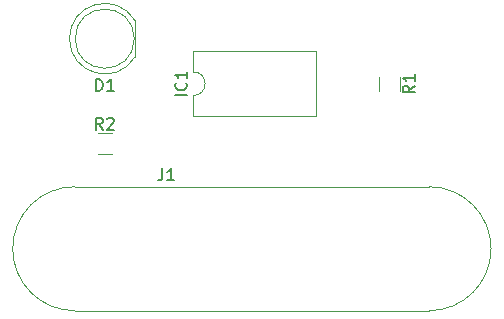
<source format=gbr>
G04 #@! TF.FileFunction,Legend,Top*
%FSLAX46Y46*%
G04 Gerber Fmt 4.6, Leading zero omitted, Abs format (unit mm)*
G04 Created by KiCad (PCBNEW 4.0.5) date Friday, March 24, 2017 'PMt' 10:18:35 PM*
%MOMM*%
%LPD*%
G01*
G04 APERTURE LIST*
%ADD10C,0.100000*%
%ADD11C,0.120000*%
%ADD12C,0.150000*%
G04 APERTURE END LIST*
D10*
D11*
X141790000Y-71119538D02*
G75*
G03X147340000Y-72664830I2990000J-462D01*
G01*
X141790000Y-71120462D02*
G75*
G02X147340000Y-69575170I2990000J462D01*
G01*
X147280000Y-71120000D02*
G75*
G03X147280000Y-71120000I-2500000J0D01*
G01*
X147340000Y-72665000D02*
X147340000Y-69575000D01*
X152280000Y-73930000D02*
G75*
G02X152280000Y-75930000I0J-1000000D01*
G01*
X152280000Y-75930000D02*
X152280000Y-77700000D01*
X152280000Y-77700000D02*
X162680000Y-77700000D01*
X162680000Y-77700000D02*
X162680000Y-72160000D01*
X162680000Y-72160000D02*
X152280000Y-72160000D01*
X152280000Y-72160000D02*
X152280000Y-73930000D01*
X142240000Y-94150000D02*
X172240000Y-94150000D01*
X172240000Y-83650000D02*
X142240000Y-83650000D01*
X172240000Y-94150000D02*
G75*
G03X172240000Y-83650000I0J5250000D01*
G01*
X142240000Y-83650000D02*
G75*
G03X142240000Y-94150000I0J-5250000D01*
G01*
X168030000Y-75530000D02*
X168030000Y-74330000D01*
X169790000Y-74330000D02*
X169790000Y-75530000D01*
X145380000Y-80890000D02*
X144180000Y-80890000D01*
X144180000Y-79130000D02*
X145380000Y-79130000D01*
D12*
X144041905Y-75532381D02*
X144041905Y-74532381D01*
X144280000Y-74532381D01*
X144422858Y-74580000D01*
X144518096Y-74675238D01*
X144565715Y-74770476D01*
X144613334Y-74960952D01*
X144613334Y-75103810D01*
X144565715Y-75294286D01*
X144518096Y-75389524D01*
X144422858Y-75484762D01*
X144280000Y-75532381D01*
X144041905Y-75532381D01*
X145565715Y-75532381D02*
X144994286Y-75532381D01*
X145280000Y-75532381D02*
X145280000Y-74532381D01*
X145184762Y-74675238D01*
X145089524Y-74770476D01*
X144994286Y-74818095D01*
X151732381Y-75906190D02*
X150732381Y-75906190D01*
X151637143Y-74858571D02*
X151684762Y-74906190D01*
X151732381Y-75049047D01*
X151732381Y-75144285D01*
X151684762Y-75287143D01*
X151589524Y-75382381D01*
X151494286Y-75430000D01*
X151303810Y-75477619D01*
X151160952Y-75477619D01*
X150970476Y-75430000D01*
X150875238Y-75382381D01*
X150780000Y-75287143D01*
X150732381Y-75144285D01*
X150732381Y-75049047D01*
X150780000Y-74906190D01*
X150827619Y-74858571D01*
X151732381Y-73906190D02*
X151732381Y-74477619D01*
X151732381Y-74191905D02*
X150732381Y-74191905D01*
X150875238Y-74287143D01*
X150970476Y-74382381D01*
X151018095Y-74477619D01*
X149656667Y-82102381D02*
X149656667Y-82816667D01*
X149609047Y-82959524D01*
X149513809Y-83054762D01*
X149370952Y-83102381D01*
X149275714Y-83102381D01*
X150656667Y-83102381D02*
X150085238Y-83102381D01*
X150370952Y-83102381D02*
X150370952Y-82102381D01*
X150275714Y-82245238D01*
X150180476Y-82340476D01*
X150085238Y-82388095D01*
X171012381Y-75096666D02*
X170536190Y-75430000D01*
X171012381Y-75668095D02*
X170012381Y-75668095D01*
X170012381Y-75287142D01*
X170060000Y-75191904D01*
X170107619Y-75144285D01*
X170202857Y-75096666D01*
X170345714Y-75096666D01*
X170440952Y-75144285D01*
X170488571Y-75191904D01*
X170536190Y-75287142D01*
X170536190Y-75668095D01*
X171012381Y-74144285D02*
X171012381Y-74715714D01*
X171012381Y-74430000D02*
X170012381Y-74430000D01*
X170155238Y-74525238D01*
X170250476Y-74620476D01*
X170298095Y-74715714D01*
X144613334Y-78812381D02*
X144280000Y-78336190D01*
X144041905Y-78812381D02*
X144041905Y-77812381D01*
X144422858Y-77812381D01*
X144518096Y-77860000D01*
X144565715Y-77907619D01*
X144613334Y-78002857D01*
X144613334Y-78145714D01*
X144565715Y-78240952D01*
X144518096Y-78288571D01*
X144422858Y-78336190D01*
X144041905Y-78336190D01*
X144994286Y-77907619D02*
X145041905Y-77860000D01*
X145137143Y-77812381D01*
X145375239Y-77812381D01*
X145470477Y-77860000D01*
X145518096Y-77907619D01*
X145565715Y-78002857D01*
X145565715Y-78098095D01*
X145518096Y-78240952D01*
X144946667Y-78812381D01*
X145565715Y-78812381D01*
M02*

</source>
